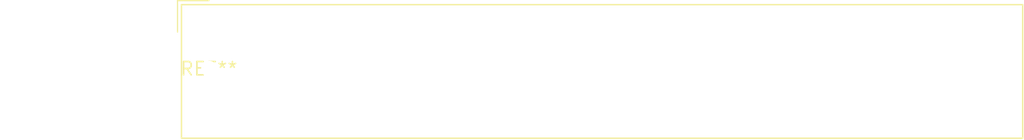
<source format=kicad_pcb>
(kicad_pcb (version 20240108) (generator pcbnew)
  (layers (0 "F.Cu" signal) (31 "B.Cu" signal) (34 "B.Paste" user) (35 "F.Paste" user) (36 "B.SilkS" user "B.Silkscreen") (37 "F.SilkS" user "F.Silkscreen") (38 "B.Mask" user) (39 "F.Mask" user) (44 "Edge.Cuts" user))
  (net 0 "")
  (footprint "Altech_AK300_1x16_P5.00mm_45-Degree" (layer "F.Cu") (at 0 0)
    (property "Reference" "REF**")
    (property "Value" "Altech_AK300_1x16_P5.00mm_45-Degree")
    (fp_line (start -3 -6.5) (end 0 -6.5) (layer "F.SilkS") (stroke (width 0.12)))
    (fp_line (start -3 -3.5) (end -3 -6.5) (layer "F.SilkS") (stroke (width 0.12)))
    (fp_line (start -2.62 -6.12) (end -2.62 6.62) (layer "F.SilkS") (stroke (width 0.12)))
    (fp_line (start -2.62 -6.12) (end -2.62 6.62) (layer "F.SilkS") (stroke (width 0.12)))
    (fp_line (start -2.62 -6.12) (end 77.62 -6.12) (layer "F.SilkS") (stroke (width 0.12)))
    (fp_line (start -2.62 -6.12) (end 77.62 -6.12) (layer "F.SilkS") (stroke (width 0.12)))
    (fp_line (start -2.62 6.62) (end 77.62 6.62) (layer "F.SilkS") (stroke (width 0.12)))
    (fp_line (start -2.62 6.62) (end 77.62 6.62) (layer "F.SilkS") (stroke (width 0.12)))
    (fp_line (start 77.62 -6.12) (end 77.62 6.62) (layer "F.SilkS") (stroke (width 0.12)))
    (fp_line (start 77.62 -6.12) (end 77.62 6.62) (layer "F.SilkS") (stroke (width 0.12)))
    (pad "1" thru_hole rect (at 0 0) (size 3 3) (drill 1.5) (layers *.Cu *.Mask) (remove_unused_layers))
    (pad "2" thru_hole circle (at 5 0) (size 3 3) (drill 1.5) (layers *.Cu *.Mask) (remove_unused_layers))
    (pad "3" thru_hole circle (at 10 0) (size 3 3) (drill 1.5) (layers *.Cu *.Mask) (remove_unused_layers))
    (pad "4" thru_hole circle (at 15 0) (size 3 3) (drill 1.5) (layers *.Cu *.Mask) (remove_unused_layers))
    (pad "5" thru_hole circle (at 20 0) (size 3 3) (drill 1.5) (layers *.Cu *.Mask) (remove_unused_layers))
    (pad "6" thru_hole circle (at 25 0) (size 3 3) (drill 1.5) (layers *.Cu *.Mask) (remove_unused_layers))
    (pad "7" thru_hole circle (at 30 0) (size 3 3) (drill 1.5) (layers *.Cu *.Mask) (remove_unused_layers))
    (pad "8" thru_hole circle (at 35 0) (size 3 3) (drill 1.5) (layers *.Cu *.Mask) (remove_unused_layers))
    (pad "9" thru_hole circle (at 40 0) (size 3 3) (drill 1.5) (layers *.Cu *.Mask) (remove_unused_layers))
    (pad "10" thru_hole circle (at 45 0) (size 3 3) (drill 1.5) (layers *.Cu *.Mask) (remove_unused_layers))
    (pad "11" thru_hole circle (at 50 0) (size 3 3) (drill 1.5) (layers *.Cu *.Mask) (remove_unused_layers))
    (pad "12" thru_hole circle (at 55 0) (size 3 3) (drill 1.5) (layers *.Cu *.Mask) (remove_unused_layers))
    (pad "13" thru_hole circle (at 60 0) (size 3 3) (drill 1.5) (layers *.Cu *.Mask) (remove_unused_layers))
    (pad "14" thru_hole circle (at 65 0) (size 3 3) (drill 1.5) (layers *.Cu *.Mask) (remove_unused_layers))
    (pad "15" thru_hole circle (at 70 0) (size 3 3) (drill 1.5) (layers *.Cu *.Mask) (remove_unused_layers))
    (pad "16" thru_hole circle (at 75 0) (size 3 3) (drill 1.5) (layers *.Cu *.Mask) (remove_unused_layers))
  )
)
</source>
